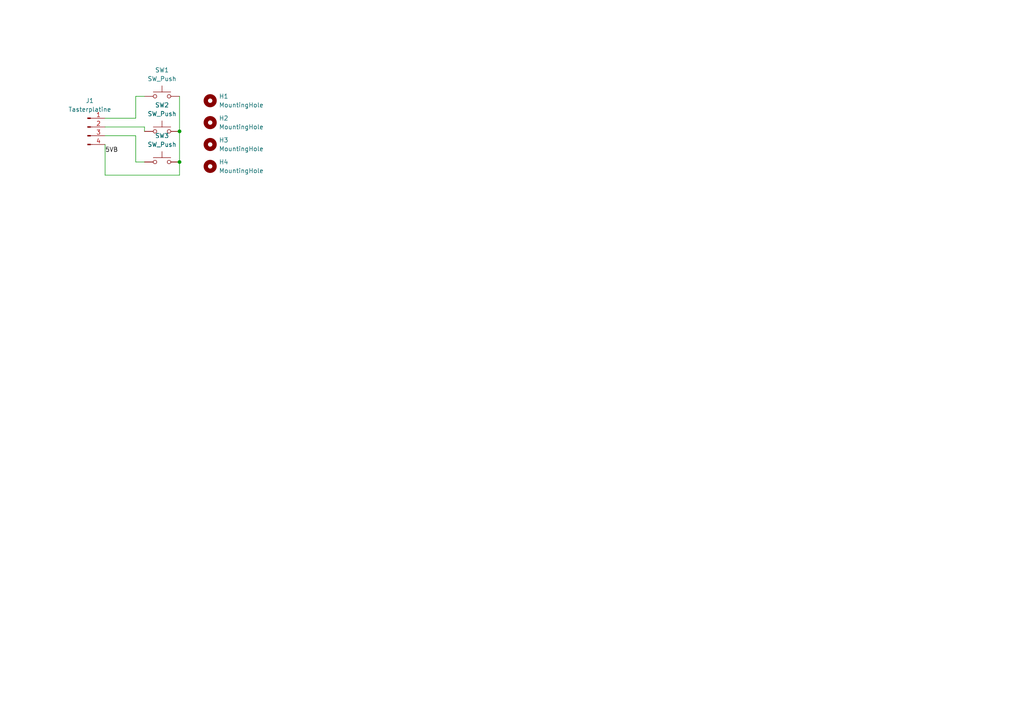
<source format=kicad_sch>
(kicad_sch (version 20231120) (generator "eeschema") (generator_version "8.0")
  (paper "A4")
  (lib_symbols
    (symbol "Connector:Conn_01x04_Pin" (pin_names (offset 1.016) hide)
      (property "Reference" "J" (at 0 5.08 0))
      (property "Value" "Conn_01x04_Pin" (at 0 -7.62 0))
      (symbol "Conn_01x04_Pin_1_1"
        (polyline (pts (xy 1.27 -5.08) (xy 0.8636 -5.08)) (stroke (width 0.1524)))
        (polyline (pts (xy 1.27 -2.54) (xy 0.8636 -2.54)) (stroke (width 0.1524)))
        (polyline (pts (xy 1.27 0) (xy 0.8636 0)) (stroke (width 0.1524)))
        (polyline (pts (xy 1.27 2.54) (xy 0.8636 2.54)) (stroke (width 0.1524)))
        (rectangle (start 0.8636 -4.953) (end 0 -5.207) (stroke (width 0.1524)) (fill (type outline)))
        (rectangle (start 0.8636 -2.413) (end 0 -2.667) (stroke (width 0.1524)) (fill (type outline)))
        (rectangle (start 0.8636 0.127) (end 0 -0.127) (stroke (width 0.1524)) (fill (type outline)))
        (rectangle (start 0.8636 2.667) (end 0 2.413) (stroke (width 0.1524)) (fill (type outline)))
        (pin passive line (at 5.08 2.54 180) (length 3.81) (name "Pin_1") (number "1"))
        (pin passive line (at 5.08 0 180) (length 3.81) (name "Pin_2") (number "2"))
        (pin passive line (at 5.08 -2.54 180) (length 3.81) (name "Pin_3") (number "3"))
        (pin passive line (at 5.08 -5.08 180) (length 3.81) (name "Pin_4") (number "4"))
      )
    )
    (symbol "Mechanical:MountingHole" (pin_names (offset 1.016)) (exclude_from_sim yes) (in_bom no)
      (property "Reference" "H" (at 0 5.08 0))
      (property "Value" "MountingHole" (at 0 3.175 0))
      (symbol "MountingHole_0_1"
        (circle (center 0 0) (radius 1.27) (stroke (width 1.27)))
      )
    )
    (symbol "Switch:SW_Push" (pin_numbers hide) (pin_names (offset 1.016) hide)
      (property "Reference" "SW" (at 1.27 2.54 0))
      (property "Value" "SW_Push" (at 0 -1.524 0))
      (symbol "SW_Push_0_1"
        (circle (center -2.032 0) (radius 0.508))
        (polyline (pts (xy 0 1.27) (xy 0 3.048)))
        (polyline (pts (xy 2.54 1.27) (xy -2.54 1.27)))
        (circle (center 2.032 0) (radius 0.508))
        (pin passive line (at -5.08 0 0) (length 2.54) (name "1") (number "1"))
        (pin passive line (at 5.08 0 180) (length 2.54) (name "2") (number "2"))
      )
    )
  )
  (junction (at 52.07 46.99))
  (junction (at 52.07 38.1))
  (wire (pts (xy 41.91 36.83) (xy 41.91 38.1)))
  (wire (pts (xy 39.37 27.94) (xy 41.91 27.94)))
  (wire (pts (xy 30.48 39.37) (xy 39.37 39.37)))
  (wire (pts (xy 39.37 39.37) (xy 39.37 46.99)))
  (wire (pts (xy 30.48 50.8) (xy 52.07 50.8)))
  (wire (pts (xy 39.37 46.99) (xy 41.91 46.99)))
  (wire (pts (xy 30.48 34.29) (xy 39.37 34.29)))
  (wire (pts (xy 52.07 27.94) (xy 52.07 38.1)))
  (wire (pts (xy 52.07 50.8) (xy 52.07 46.99)))
  (wire (pts (xy 30.48 36.83) (xy 41.91 36.83)))
  (wire (pts (xy 30.48 41.91) (xy 30.48 50.8)))
  (wire (pts (xy 39.37 34.29) (xy 39.37 27.94)))
  (wire (pts (xy 52.07 38.1) (xy 52.07 46.99)))
  (label "5VB" (at 30.48 44.45 0))
  (symbol (lib_id "Mechanical:MountingHole") (at 60.96 35.56 0) (unit 1) (exclude_from_sim yes) (in_bom no)
    (property "Reference" "H2" (at 63.5 34.2899 0) (effects (justify left)))
    (property "Value" "MountingHole" (at 63.5 36.8299 0) (effects (justify left)))
    (property "Footprint" "MountingHole:MountingHole_2.2mm_M2_DIN965" (effects (hide yes)))
    (property "Description" "Mounting Hole without connection" (effects (hide yes)))
  )
  (symbol (lib_id "Switch:SW_Push") (at 46.99 27.94 0) (unit 1)
    (property "Reference" "SW1" (at 46.99 20.32 0))
    (property "Value" "SW_Push" (at 46.99 22.86 0))
    (property "Footprint" "Button_Switch_THT:SW_Tactile_Straight_KSA0Axx1LFTR" (effects (hide yes)))
    (property "Description" "Push button switch, generic, two pins" (effects (hide yes)))
  )
  (symbol (lib_id "Switch:SW_Push") (at 46.99 38.1 0) (unit 1)
    (property "Reference" "SW2" (at 46.99 30.48 0))
    (property "Value" "SW_Push" (at 46.99 33.02 0))
    (property "Footprint" "Button_Switch_THT:SW_Tactile_Straight_KSA0Axx1LFTR" (effects (hide yes)))
    (property "Description" "Push button switch, generic, two pins" (effects (hide yes)))
  )
  (symbol (lib_id "Mechanical:MountingHole") (at 60.96 48.26 0) (unit 1) (exclude_from_sim yes) (in_bom no)
    (property "Reference" "H4" (at 63.5 46.9899 0) (effects (justify left)))
    (property "Value" "MountingHole" (at 63.5 49.5299 0) (effects (justify left)))
    (property "Footprint" "MountingHole:MountingHole_2.2mm_M2_DIN965" (effects (hide yes)))
    (property "Description" "Mounting Hole without connection" (effects (hide yes)))
  )
  (symbol (lib_id "Switch:SW_Push") (at 46.99 46.99 0) (unit 1)
    (property "Reference" "SW3" (at 46.99 39.37 0))
    (property "Value" "SW_Push" (at 46.99 41.91 0))
    (property "Footprint" "Button_Switch_THT:SW_Tactile_Straight_KSA0Axx1LFTR" (effects (hide yes)))
    (property "Description" "Push button switch, generic, two pins" (effects (hide yes)))
  )
  (symbol (lib_id "Connector:Conn_01x04_Pin") (at 25.4 36.83 0) (unit 1)
    (property "Reference" "J1" (at 26.035 29.21 0))
    (property "Value" "Tasterplatine" (at 26.035 31.75 0))
    (property "Footprint" "Connector_PinHeader_2.54mm:PinHeader_1x04_P2.54mm_Vertical" (effects (hide yes)))
    (property "Description" "Generic connector, single row, 01x04, script generated" (effects (hide yes)))
  )
  (symbol (lib_id "Mechanical:MountingHole") (at 60.96 29.21 0) (unit 1) (exclude_from_sim yes) (in_bom no)
    (property "Reference" "H1" (at 63.5 27.9399 0) (effects (justify left)))
    (property "Value" "MountingHole" (at 63.5 30.4799 0) (effects (justify left)))
    (property "Footprint" "MountingHole:MountingHole_2.2mm_M2_DIN965" (effects (hide yes)))
    (property "Description" "Mounting Hole without connection" (effects (hide yes)))
  )
  (symbol (lib_id "Mechanical:MountingHole") (at 60.96 41.91 0) (unit 1) (exclude_from_sim yes) (in_bom no)
    (property "Reference" "H3" (at 63.5 40.6399 0) (effects (justify left)))
    (property "Value" "MountingHole" (at 63.5 43.1799 0) (effects (justify left)))
    (property "Footprint" "MountingHole:MountingHole_2.2mm_M2_DIN965" (effects (hide yes)))
    (property "Description" "Mounting Hole without connection" (effects (hide yes)))
  )
)
</source>
